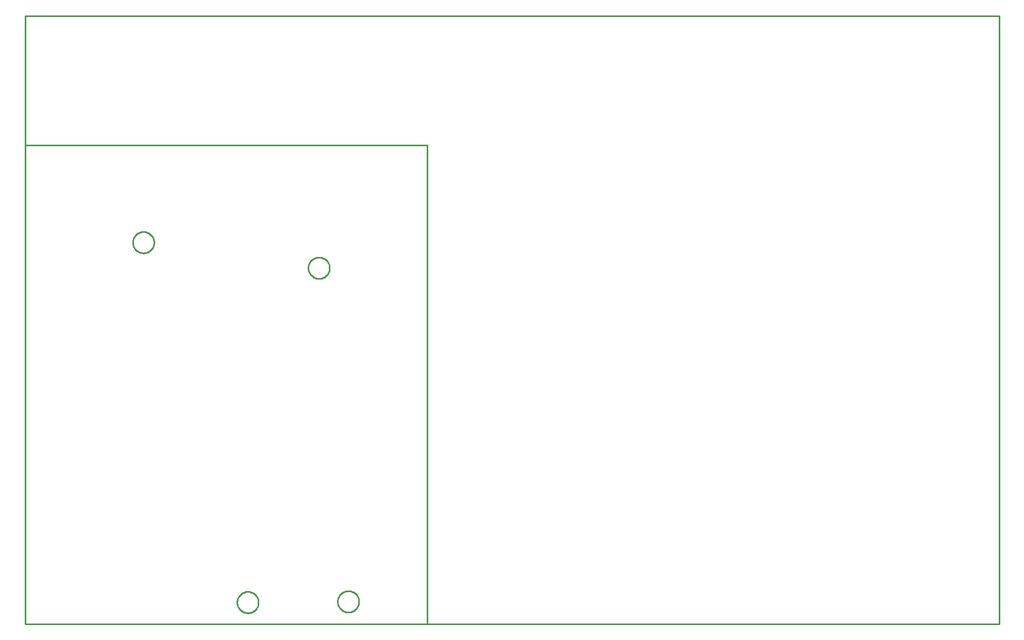
<source format=gbr>
G04 EAGLE Gerber RS-274X export*
G75*
%MOMM*%
%FSLAX34Y34*%
%LPD*%
%IN*%
%IPPOS*%
%AMOC8*
5,1,8,0,0,1.08239X$1,22.5*%
G01*
%ADD10C,0.254000*%


D10*
X0Y0D02*
X1600000Y0D01*
X1600000Y1000000D01*
X0Y1000000D01*
X0Y0D01*
X0Y0D02*
X660400Y0D01*
X660400Y787400D01*
X0Y787400D01*
X0Y0D01*
X383260Y34987D02*
X383185Y33844D01*
X383036Y32708D01*
X382812Y31584D01*
X382515Y30477D01*
X382147Y29392D01*
X381709Y28334D01*
X381202Y27306D01*
X380629Y26314D01*
X379992Y25361D01*
X379295Y24452D01*
X378539Y23591D01*
X377729Y22781D01*
X376868Y22025D01*
X375959Y21328D01*
X375006Y20691D01*
X374014Y20118D01*
X372986Y19611D01*
X371928Y19173D01*
X370843Y18805D01*
X369736Y18508D01*
X368612Y18285D01*
X367476Y18135D01*
X366333Y18060D01*
X365187Y18060D01*
X364044Y18135D01*
X362908Y18285D01*
X361784Y18508D01*
X360677Y18805D01*
X359592Y19173D01*
X358534Y19611D01*
X357506Y20118D01*
X356514Y20691D01*
X355561Y21328D01*
X354652Y22025D01*
X353791Y22781D01*
X352981Y23591D01*
X352225Y24452D01*
X351528Y25361D01*
X350891Y26314D01*
X350318Y27306D01*
X349811Y28334D01*
X349373Y29392D01*
X349005Y30477D01*
X348708Y31584D01*
X348485Y32708D01*
X348335Y33844D01*
X348260Y34987D01*
X348260Y36133D01*
X348335Y37276D01*
X348485Y38412D01*
X348708Y39536D01*
X349005Y40643D01*
X349373Y41728D01*
X349811Y42786D01*
X350318Y43814D01*
X350891Y44806D01*
X351528Y45759D01*
X352225Y46668D01*
X352981Y47529D01*
X353791Y48339D01*
X354652Y49095D01*
X355561Y49792D01*
X356514Y50429D01*
X357506Y51002D01*
X358534Y51509D01*
X359592Y51947D01*
X360677Y52315D01*
X361784Y52612D01*
X362908Y52836D01*
X364044Y52985D01*
X365187Y53060D01*
X366333Y53060D01*
X367476Y52985D01*
X368612Y52836D01*
X369736Y52612D01*
X370843Y52315D01*
X371928Y51947D01*
X372986Y51509D01*
X374014Y51002D01*
X375006Y50429D01*
X375959Y49792D01*
X376868Y49095D01*
X377729Y48339D01*
X378539Y47529D01*
X379295Y46668D01*
X379992Y45759D01*
X380629Y44806D01*
X381202Y43814D01*
X381709Y42786D01*
X382147Y41728D01*
X382515Y40643D01*
X382812Y39536D01*
X383036Y38412D01*
X383185Y37276D01*
X383260Y36133D01*
X383260Y34987D01*
X500100Y584897D02*
X500025Y583754D01*
X499876Y582618D01*
X499652Y581494D01*
X499355Y580387D01*
X498987Y579302D01*
X498549Y578244D01*
X498042Y577216D01*
X497469Y576224D01*
X496832Y575271D01*
X496135Y574362D01*
X495379Y573501D01*
X494569Y572691D01*
X493708Y571935D01*
X492799Y571238D01*
X491846Y570601D01*
X490854Y570028D01*
X489826Y569521D01*
X488768Y569083D01*
X487683Y568715D01*
X486576Y568418D01*
X485452Y568195D01*
X484316Y568045D01*
X483173Y567970D01*
X482027Y567970D01*
X480884Y568045D01*
X479748Y568195D01*
X478624Y568418D01*
X477517Y568715D01*
X476432Y569083D01*
X475374Y569521D01*
X474346Y570028D01*
X473354Y570601D01*
X472401Y571238D01*
X471492Y571935D01*
X470631Y572691D01*
X469821Y573501D01*
X469065Y574362D01*
X468368Y575271D01*
X467731Y576224D01*
X467158Y577216D01*
X466651Y578244D01*
X466213Y579302D01*
X465845Y580387D01*
X465548Y581494D01*
X465325Y582618D01*
X465175Y583754D01*
X465100Y584897D01*
X465100Y586043D01*
X465175Y587186D01*
X465325Y588322D01*
X465548Y589446D01*
X465845Y590553D01*
X466213Y591638D01*
X466651Y592696D01*
X467158Y593724D01*
X467731Y594716D01*
X468368Y595669D01*
X469065Y596578D01*
X469821Y597439D01*
X470631Y598249D01*
X471492Y599005D01*
X472401Y599702D01*
X473354Y600339D01*
X474346Y600912D01*
X475374Y601419D01*
X476432Y601857D01*
X477517Y602225D01*
X478624Y602522D01*
X479748Y602746D01*
X480884Y602895D01*
X482027Y602970D01*
X483173Y602970D01*
X484316Y602895D01*
X485452Y602746D01*
X486576Y602522D01*
X487683Y602225D01*
X488768Y601857D01*
X489826Y601419D01*
X490854Y600912D01*
X491846Y600339D01*
X492799Y599702D01*
X493708Y599005D01*
X494569Y598249D01*
X495379Y597439D01*
X496135Y596578D01*
X496832Y595669D01*
X497469Y594716D01*
X498042Y593724D01*
X498549Y592696D01*
X498987Y591638D01*
X499355Y590553D01*
X499652Y589446D01*
X499876Y588322D01*
X500025Y587186D01*
X500100Y586043D01*
X500100Y584897D01*
X548360Y36257D02*
X548285Y35114D01*
X548136Y33978D01*
X547912Y32854D01*
X547615Y31747D01*
X547247Y30662D01*
X546809Y29604D01*
X546302Y28576D01*
X545729Y27584D01*
X545092Y26631D01*
X544395Y25722D01*
X543639Y24861D01*
X542829Y24051D01*
X541968Y23295D01*
X541059Y22598D01*
X540106Y21961D01*
X539114Y21388D01*
X538086Y20881D01*
X537028Y20443D01*
X535943Y20075D01*
X534836Y19778D01*
X533712Y19555D01*
X532576Y19405D01*
X531433Y19330D01*
X530287Y19330D01*
X529144Y19405D01*
X528008Y19555D01*
X526884Y19778D01*
X525777Y20075D01*
X524692Y20443D01*
X523634Y20881D01*
X522606Y21388D01*
X521614Y21961D01*
X520661Y22598D01*
X519752Y23295D01*
X518891Y24051D01*
X518081Y24861D01*
X517325Y25722D01*
X516628Y26631D01*
X515991Y27584D01*
X515418Y28576D01*
X514911Y29604D01*
X514473Y30662D01*
X514105Y31747D01*
X513808Y32854D01*
X513585Y33978D01*
X513435Y35114D01*
X513360Y36257D01*
X513360Y37403D01*
X513435Y38546D01*
X513585Y39682D01*
X513808Y40806D01*
X514105Y41913D01*
X514473Y42998D01*
X514911Y44056D01*
X515418Y45084D01*
X515991Y46076D01*
X516628Y47029D01*
X517325Y47938D01*
X518081Y48799D01*
X518891Y49609D01*
X519752Y50365D01*
X520661Y51062D01*
X521614Y51699D01*
X522606Y52272D01*
X523634Y52779D01*
X524692Y53217D01*
X525777Y53585D01*
X526884Y53882D01*
X528008Y54106D01*
X529144Y54255D01*
X530287Y54330D01*
X531433Y54330D01*
X532576Y54255D01*
X533712Y54106D01*
X534836Y53882D01*
X535943Y53585D01*
X537028Y53217D01*
X538086Y52779D01*
X539114Y52272D01*
X540106Y51699D01*
X541059Y51062D01*
X541968Y50365D01*
X542829Y49609D01*
X543639Y48799D01*
X544395Y47938D01*
X545092Y47029D01*
X545729Y46076D01*
X546302Y45084D01*
X546809Y44056D01*
X547247Y42998D01*
X547615Y41913D01*
X547912Y40806D01*
X548136Y39682D01*
X548285Y38546D01*
X548360Y37403D01*
X548360Y36257D01*
X211810Y626807D02*
X211735Y625664D01*
X211586Y624528D01*
X211362Y623404D01*
X211065Y622297D01*
X210697Y621212D01*
X210259Y620154D01*
X209752Y619126D01*
X209179Y618134D01*
X208542Y617181D01*
X207845Y616272D01*
X207089Y615411D01*
X206279Y614601D01*
X205418Y613845D01*
X204509Y613148D01*
X203556Y612511D01*
X202564Y611938D01*
X201536Y611431D01*
X200478Y610993D01*
X199393Y610625D01*
X198286Y610328D01*
X197162Y610105D01*
X196026Y609955D01*
X194883Y609880D01*
X193737Y609880D01*
X192594Y609955D01*
X191458Y610105D01*
X190334Y610328D01*
X189227Y610625D01*
X188142Y610993D01*
X187084Y611431D01*
X186056Y611938D01*
X185064Y612511D01*
X184111Y613148D01*
X183202Y613845D01*
X182341Y614601D01*
X181531Y615411D01*
X180775Y616272D01*
X180078Y617181D01*
X179441Y618134D01*
X178868Y619126D01*
X178361Y620154D01*
X177923Y621212D01*
X177555Y622297D01*
X177258Y623404D01*
X177035Y624528D01*
X176885Y625664D01*
X176810Y626807D01*
X176810Y627953D01*
X176885Y629096D01*
X177035Y630232D01*
X177258Y631356D01*
X177555Y632463D01*
X177923Y633548D01*
X178361Y634606D01*
X178868Y635634D01*
X179441Y636626D01*
X180078Y637579D01*
X180775Y638488D01*
X181531Y639349D01*
X182341Y640159D01*
X183202Y640915D01*
X184111Y641612D01*
X185064Y642249D01*
X186056Y642822D01*
X187084Y643329D01*
X188142Y643767D01*
X189227Y644135D01*
X190334Y644432D01*
X191458Y644656D01*
X192594Y644805D01*
X193737Y644880D01*
X194883Y644880D01*
X196026Y644805D01*
X197162Y644656D01*
X198286Y644432D01*
X199393Y644135D01*
X200478Y643767D01*
X201536Y643329D01*
X202564Y642822D01*
X203556Y642249D01*
X204509Y641612D01*
X205418Y640915D01*
X206279Y640159D01*
X207089Y639349D01*
X207845Y638488D01*
X208542Y637579D01*
X209179Y636626D01*
X209752Y635634D01*
X210259Y634606D01*
X210697Y633548D01*
X211065Y632463D01*
X211362Y631356D01*
X211586Y630232D01*
X211735Y629096D01*
X211810Y627953D01*
X211810Y626807D01*
M02*

</source>
